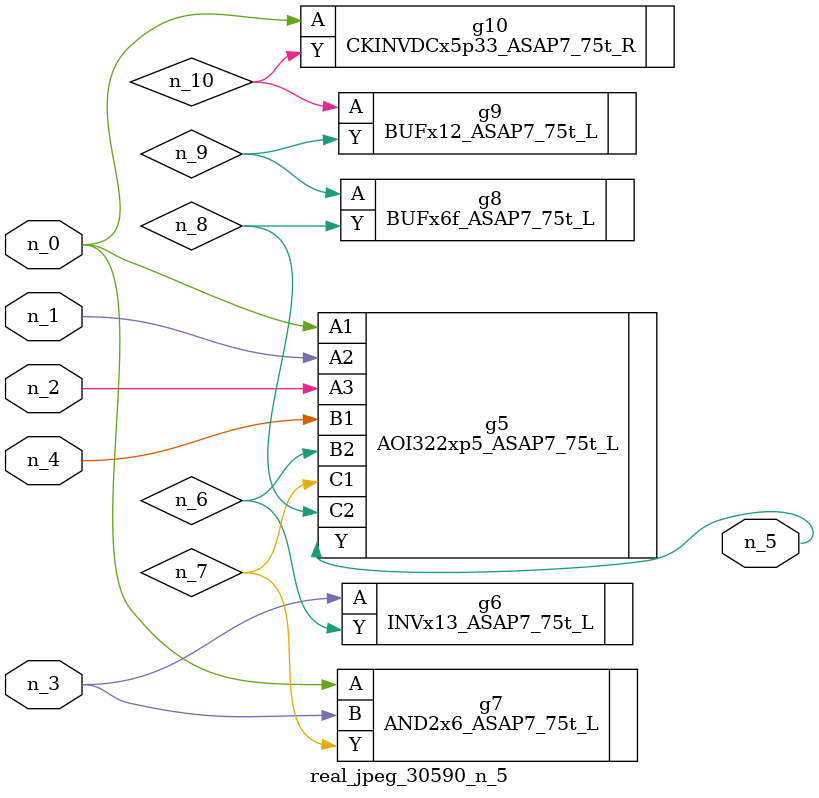
<source format=v>
module real_jpeg_30590_n_5 (n_4, n_0, n_1, n_2, n_3, n_5);

input n_4;
input n_0;
input n_1;
input n_2;
input n_3;

output n_5;

wire n_8;
wire n_6;
wire n_7;
wire n_10;
wire n_9;

AOI322xp5_ASAP7_75t_L g5 ( 
.A1(n_0),
.A2(n_1),
.A3(n_2),
.B1(n_4),
.B2(n_6),
.C1(n_7),
.C2(n_8),
.Y(n_5)
);

AND2x6_ASAP7_75t_L g7 ( 
.A(n_0),
.B(n_3),
.Y(n_7)
);

CKINVDCx5p33_ASAP7_75t_R g10 ( 
.A(n_0),
.Y(n_10)
);

INVx13_ASAP7_75t_L g6 ( 
.A(n_3),
.Y(n_6)
);

BUFx6f_ASAP7_75t_L g8 ( 
.A(n_9),
.Y(n_8)
);

BUFx12_ASAP7_75t_L g9 ( 
.A(n_10),
.Y(n_9)
);


endmodule
</source>
